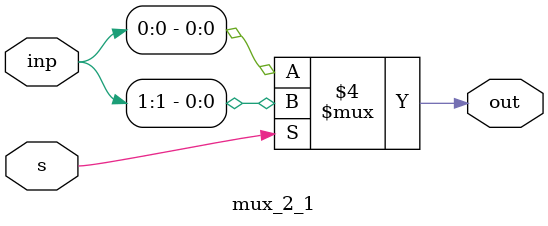
<source format=v>
module mux_2_1(out,inp,s);
  input [1:0]inp;
  input s;
  output reg out;
  always @(*)
    begin
      if(s==1'b0)
        out = inp[0];
      else
        out = inp[1];
    end
endmodule
</source>
